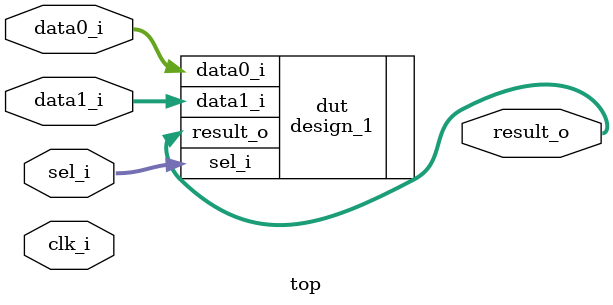
<source format=sv>
module top (
  // inputs
  input logic        clk_i,
  input logic [2:0]  data0_i,
  input logic [2:0]  data1_i,
  input logic [1:0]  sel_i  ,

  // outputs
  output logic [2:0] result_o
);

  design_1 dut (
    .data0_i (data0_i ),
    .data1_i (data1_i ),
    .sel_i   (sel_i   ),
    .result_o(result_o)
  );

  always @(posedge clk_i) begin : proc_assertions
    if (sel_i == 2'b00)
      assert (result_o == '0);
    if (sel_i == 2'b01)
      assert (result_o == (data0_i & data1_i));
    if (sel_i == 2'b10)
      assert (result_o == (data0_i | data1_i));
    if (sel_i == 2'b11)
      assert (result_o == (data0_i ^ data1_i));
  end

endmodule : top

</source>
